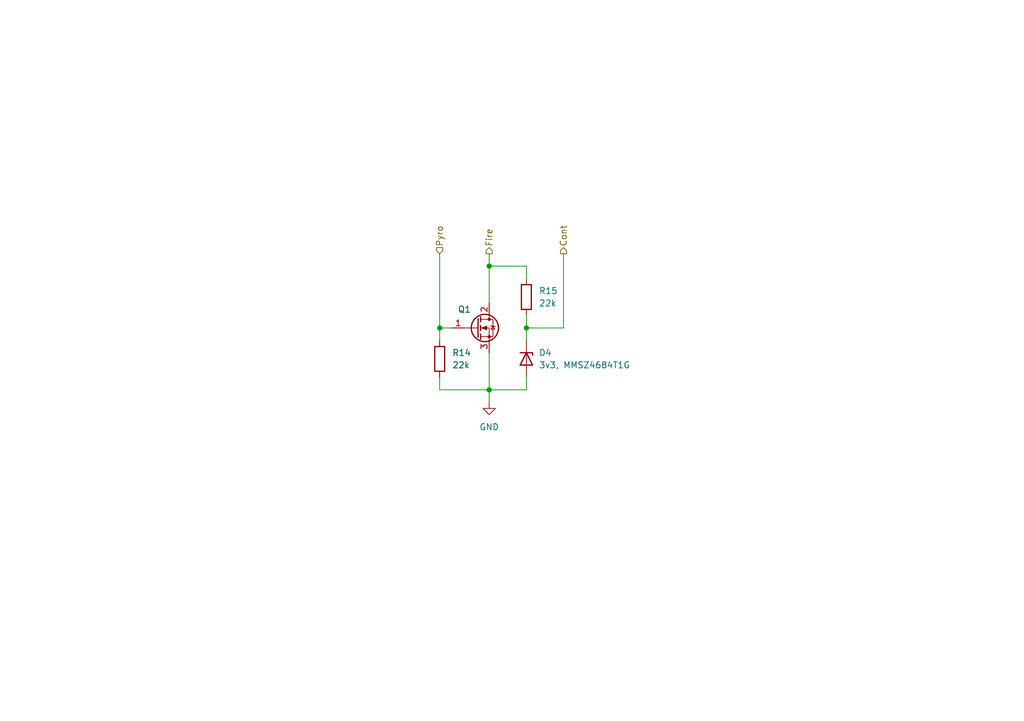
<source format=kicad_sch>
(kicad_sch (version 20211123) (generator eeschema)
  (paper "A5")
  (title_block (title "Pyro Channel") (comment 1 "2022/10/27 WH") (comment 2 "2022/10/27 DM") (comment 3 "FOR COMMENT"))
  (lib_symbols
    (symbol "Device:D_Zener" (pin_numbers hide) (pin_names (offset 1.016) hide)
      (property "Reference" "D" (at 0 2.54 0))
      (property "Value" "D_Zener" (at 0 -2.54 0))
      (symbol "D_Zener_0_1"
        (polyline (pts (xy 1.27 0) (xy -1.27 0)))
        (polyline (pts (xy -1.27 -1.27) (xy -1.27 1.27) (xy -0.762 1.27)) (stroke (width 0.254)))
        (polyline (pts (xy 1.27 -1.27) (xy 1.27 1.27) (xy -1.27 0) (xy 1.27 -1.27)) (stroke (width 0.254)))
      )
      (symbol "D_Zener_1_1"
        (pin passive line (at -3.81 0 0) (length 2.54) (name "K") (number "1"))
        (pin passive line (at 3.81 0 180) (length 2.54) (name "A") (number "2"))
      )
    )
    (symbol "Device:Q_NMOS_GDS" (pin_names (offset 0) hide)
      (property "Reference" "Q" (at 5.08 1.27 0))
      (property "Value" "Q_NMOS_GDS" (at 5.08 -1.27 0))
      (symbol "Q_NMOS_GDS_0_1"
        (polyline (pts (xy 0.254 0) (xy -2.54 0)))
        (polyline (pts (xy 0.254 1.905) (xy 0.254 -1.905)) (stroke (width 0.254)))
        (polyline (pts (xy 0.762 -1.27) (xy 0.762 -2.286)) (stroke (width 0.254)))
        (polyline (pts (xy 0.762 0.508) (xy 0.762 -0.508)) (stroke (width 0.254)))
        (polyline (pts (xy 0.762 2.286) (xy 0.762 1.27)) (stroke (width 0.254)))
        (polyline (pts (xy 2.54 2.54) (xy 2.54 1.778)))
        (polyline (pts (xy 2.54 -2.54) (xy 2.54 0) (xy 0.762 0)))
        (polyline (pts (xy 0.762 -1.778) (xy 3.302 -1.778) (xy 3.302 1.778) (xy 0.762 1.778)))
        (polyline (pts (xy 1.016 0) (xy 2.032 0.381) (xy 2.032 -0.381) (xy 1.016 0)) (fill (type outline)))
        (polyline (pts (xy 2.794 0.508) (xy 2.921 0.381) (xy 3.683 0.381) (xy 3.81 0.254)))
        (polyline (pts (xy 3.302 0.381) (xy 2.921 -0.254) (xy 3.683 -0.254) (xy 3.302 0.381)))
        (circle (center 1.651 0) (radius 2.794) (stroke (width 0.254)))
        (circle (center 2.54 -1.778) (radius 0.254) (fill (type outline)))
        (circle (center 2.54 1.778) (radius 0.254) (fill (type outline)))
      )
      (symbol "Q_NMOS_GDS_1_1"
        (pin input line (at -5.08 0 0) (length 2.54) (name "G") (number "1"))
        (pin passive line (at 2.54 5.08 270) (length 2.54) (name "D") (number "2"))
        (pin passive line (at 2.54 -5.08 90) (length 2.54) (name "S") (number "3"))
      )
    )
    (symbol "Device:R" (pin_numbers hide) (pin_names (offset 0))
      (property "Reference" "R" (at 2.032 0 90))
      (property "Value" "R" (at 0 0 90))
      (symbol "R_0_1"
        (rectangle (start -1.016 -2.54) (end 1.016 2.54) (stroke (width 0.254)))
      )
      (symbol "R_1_1"
        (pin passive line (at 0 3.81 270) (length 1.27) (name "~") (number "1"))
        (pin passive line (at 0 -3.81 90) (length 1.27) (name "~") (number "2"))
      )
    )
    (symbol "power:GND" (power) (pin_names (offset 0))
      (property "Value" "GND" (at 0 -3.81 0))
      (symbol "GND_0_1"
        (polyline (pts (xy 0 0) (xy 0 -1.27) (xy 1.27 -1.27) (xy 0 -2.54) (xy -1.27 -1.27) (xy 0 -1.27)))
      )
      (symbol "GND_1_1"
        (pin power_in line (at 0 0 270) (length 0) hide (name "GND") (number "1"))
      )
    )
  )
  (junction (at 100.33 80.01))
  (junction (at 90.17 67.31))
  (junction (at 107.95 67.31))
  (junction (at 100.33 54.61))
  (wire (pts (xy 107.95 67.31) (xy 115.57 67.31)))
  (wire (pts (xy 115.57 52.07) (xy 115.57 67.31)))
  (wire (pts (xy 107.95 67.31) (xy 107.95 69.85)))
  (wire (pts (xy 100.33 80.01) (xy 100.33 82.55)))
  (wire (pts (xy 107.95 77.47) (xy 107.95 80.01)))
  (wire (pts (xy 107.95 54.61) (xy 107.95 57.15)))
  (wire (pts (xy 107.95 64.77) (xy 107.95 67.31)))
  (wire (pts (xy 90.17 67.31) (xy 92.71 67.31)))
  (wire (pts (xy 100.33 52.07) (xy 100.33 54.61)))
  (wire (pts (xy 100.33 54.61) (xy 100.33 62.23)))
  (wire (pts (xy 90.17 67.31) (xy 90.17 69.85)))
  (wire (pts (xy 100.33 54.61) (xy 107.95 54.61)))
  (wire (pts (xy 90.17 77.47) (xy 90.17 80.01)))
  (wire (pts (xy 107.95 80.01) (xy 100.33 80.01)))
  (wire (pts (xy 100.33 72.39) (xy 100.33 80.01)))
  (wire (pts (xy 90.17 80.01) (xy 100.33 80.01)))
  (wire (pts (xy 90.17 52.07) (xy 90.17 67.31)))
  (hierarchical_label "Pyro" (shape input) (at 90.17 52.07 90))
  (hierarchical_label "Fire" (shape output) (at 100.33 52.07 90))
  (hierarchical_label "Cont" (shape output) (at 115.57 52.07 90))
  (symbol (lib_id "power:GND") (at 100.33 82.55 0) (unit 1)
    (property "Reference" "#PWR058" (effects hide))
    (property "Value" "GND" (at 100.33 87.63 0))
  )
  (symbol (lib_id "Device:D_Zener") (at 107.95 73.66 270) (unit 1)
    (property "Reference" "D4" (at 110.49 72.3899 90) (effects (justify left)))
    (property "Value" "3v3, MMSZ4684T1G" (at 110.49 74.9299 90) (effects (justify left)))
    (property "Footprint" "Diode_SMD:D_SOD-123" (effects hide))
  )
  (symbol (lib_id "Device:Q_NMOS_GDS") (at 97.79 67.31 0) (unit 1)
    (property "Reference" "Q1" (at 95.25 63.5 0))
    (property "Value" "    IRFML8244TRPBF" (effects hide))
    (property "Footprint" "Package_TO_SOT_SMD:SOT-23" (effects hide))
  )
  (symbol (lib_id "Device:R") (at 90.17 73.66 0) (unit 1)
    (property "Reference" "R14" (at 92.71 72.3899 0) (effects (justify left)))
    (property "Value" "22k" (at 92.71 74.9299 0) (effects (justify left)))
  )
  (symbol (lib_id "Device:R") (at 107.95 60.96 0) (unit 1)
    (property "Reference" "R15" (at 110.49 59.6899 0) (effects (justify left)))
    (property "Value" "22k" (at 110.49 62.2299 0) (effects (justify left)))
  )
)
</source>
